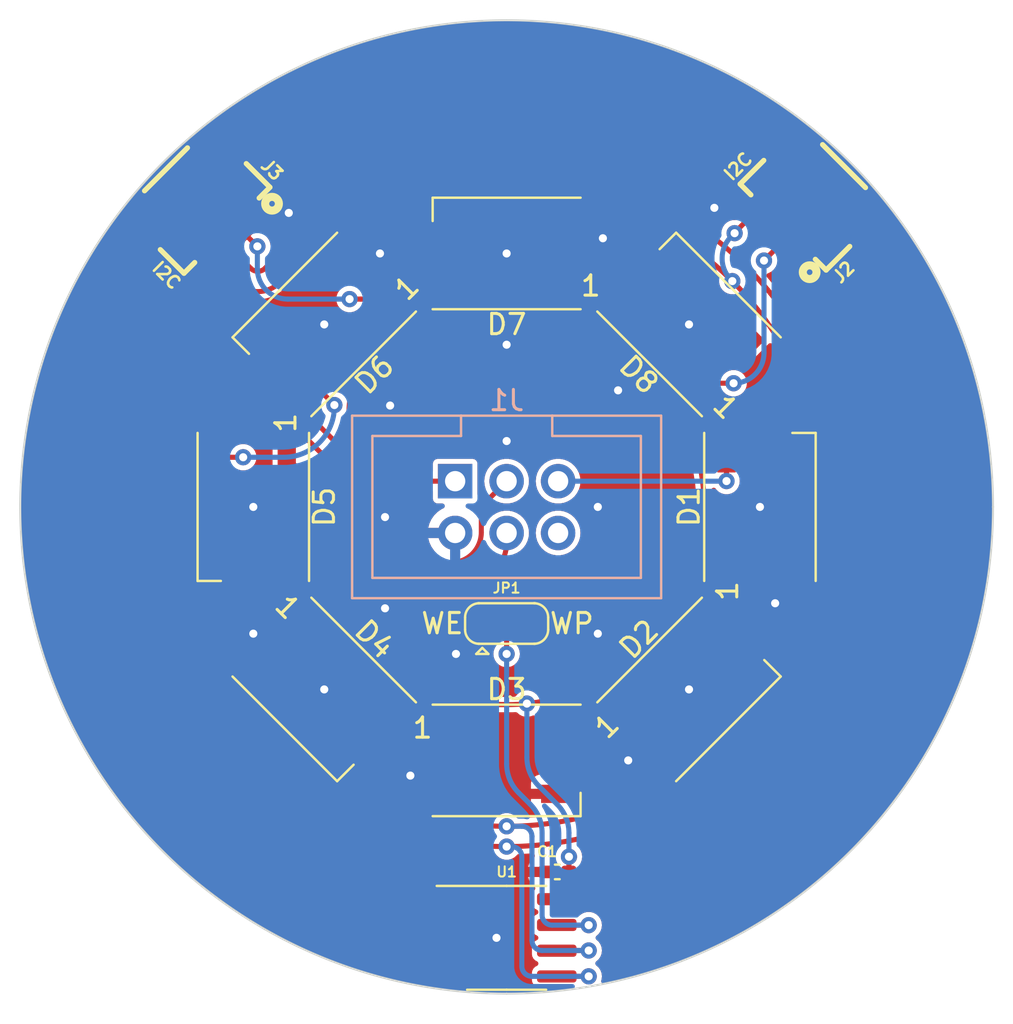
<source format=kicad_pcb>
(kicad_pcb (version 20221018) (generator pcbnew)
  (layers (0 "F.Cu" signal) (31 "B.Cu" signal) (34 "B.Paste" user) (35 "F.Paste" user) (36 "B.SilkS" user "B.Silkscreen") (37 "F.SilkS" user "F.Silkscreen") (38 "B.Mask" user) (39 "F.Mask" user) (44 "Edge.Cuts" user))
  (net 0 "")
  (net 1 "+3V3")
  (net 2 "GND")
  (net 3 "SDA")
  (net 4 "SCL")
  (net 6 "Net-(JP1-C)")
  (net 7 "Net-(D1-DOUT)")
  (net 8 "LED")
  (net 9 "Net-(D2-DOUT)")
  (net 10 "Net-(D3-DOUT)")
  (net 11 "Net-(D4-DOUT)")
  (net 12 "Net-(D5-DOUT)")
  (net 13 "Net-(D6-DOUT)")
  (net 14 "Net-(D7-DOUT)")
  (footprint "Capacitor_SMD:C_0402_1005Metric_Pad0.74x0.62mm_HandSolder" (layer "F.Cu") (at 152.5 93 180)
    (fp_text reference "C1" (at 0.5 1) (layer "F.SilkS") (effects (font (size 0.5 0.5) (thickness 0.1) bold)))
    (fp_text value "C")
    (fp_line (start -0.115835 -0.36) (end 0.115835 -0.36) (stroke (width 0.12)) (layer "F.SilkS"))
    (fp_line (start -0.115835 0.36) (end 0.115835 0.36) (stroke (width 0.12)) (layer "F.SilkS"))
    (pad "1" smd roundrect (at -0.5675 0 180) (size 0.735 0.62) (layers "F.Cu" "F.Paste" "F.Mask") (net 1 "+3V3"))
    (pad "2" smd roundrect (at 0.5675 0 180) (size 0.735 0.62) (layers "F.Cu" "F.Paste" "F.Mask") (net 2 "GND"))
  )
  (footprint "LED_SMD:LED_WS2812B_PLCC4_5.0x5.0mm_P3.2mm" (layer "F.Cu") (at 141 84 -45)
    (fp_text reference "D4" (at 0 -3.5 135) (layer "F.SilkS"))
    (fp_text value "WS2812B")
    (fp_text user "1" (at -4.15 -1.6 135) (layer "F.SilkS"))
    (fp_line (start -3.65 -2.75) (end 3.65 -2.75) (stroke (width 0.12)) (layer "F.SilkS"))
    (fp_line (start -3.65 2.75) (end 3.65 2.75) (stroke (width 0.12)) (layer "F.SilkS"))
    (fp_line (start 3.65 2.75) (end 3.65 1.6) (stroke (width 0.12)) (layer "F.SilkS"))
    (pad "1" smd rect (at -2.45 -1.65 315) (size 1.5 0.9) (layers "F.Cu" "F.Paste" "F.Mask") (net 1 "+3V3"))
    (pad "2" smd rect (at -2.45 1.65 315) (size 1.5 0.9) (layers "F.Cu" "F.Paste" "F.Mask") (net 11 "Net-(D4-DOUT)"))
    (pad "3" smd rect (at 2.45 1.65 315) (size 1.5 0.9) (layers "F.Cu" "F.Paste" "F.Mask") (net 2 "GND"))
    (pad "4" smd rect (at 2.45 -1.65 315) (size 1.5 0.9) (layers "F.Cu" "F.Paste" "F.Mask") (net 10 "Net-(D3-DOUT)"))
  )
  (footprint "simple_add_on_v2:sao_v2_addon_tht" (layer "F.Cu") (at 150 75)
    (fp_text reference "J1" (at 0 -5.25 unlocked) (layer "B.SilkS") (effects (justify mirror)))
    (fp_text value "sao_v2_addon_tht")
    (fp_line (start -7.625 -4.5) (end -2.25 -4.5) (stroke (width 0.12)) (layer "B.SilkS"))
    (fp_line (start -7.625 4.5) (end -7.625 -4.5) (stroke (width 0.12)) (layer "B.SilkS"))
    (fp_line (start -6.625 -3.5) (end -2.25 -3.5) (stroke (width 0.12)) (layer "B.SilkS"))
    (fp_line (start -6.625 3.5) (end -6.625 -3.5) (stroke (width 0.12)) (layer "B.SilkS"))
    (fp_line (start -6.625 3.5) (end 6.625 3.5) (stroke (width 0.12)) (layer "B.SilkS"))
    (fp_line (start -2.25 -4.5) (end -2.25 -3.5) (stroke (width 0.12)) (layer "B.SilkS"))
    (fp_line (start -2.25 -4.5) (end 2.25 -4.5) (stroke (width 0.12)) (layer "B.SilkS"))
    (fp_line (start 2.25 -4.5) (end 2.25 -3.5) (stroke (width 0.12)) (layer "B.SilkS"))
    (fp_line (start 2.25 -4.5) (end 7.625 -4.5) (stroke (width 0.12)) (layer "B.SilkS"))
    (fp_line (start 2.25 -3.5) (end 6.625 -3.5) (stroke (width 0.12)) (layer "B.SilkS"))
    (fp_line (start 6.625 3.5) (end 6.625 -3.5) (stroke (width 0.12)) (layer "B.SilkS"))
    (fp_line (start 7.625 -4.5) (end 7.625 4.5) (stroke (width 0.12)) (layer "B.SilkS"))
    (fp_line (start 7.625 4.5) (end -7.625 4.5) (stroke (width 0.12)) (layer "B.SilkS"))
    (pad "1" thru_hole rect (at -2.54 -1.27 90) (size 1.7 1.7) (drill 1) (layers "*.Cu" "*.Mask") (net 1 "+3V3"))
    (pad "2" thru_hole oval (at -2.54 1.285 90) (size 1.7 1.7) (drill 1) (layers "*.Cu" "*.Mask") (net 2 "GND"))
    (pad "3" thru_hole oval (at 0 -1.27 90) (size 1.7 1.7) (drill 1) (layers "*.Cu" "*.Mask") (net 3 "SDA"))
    (pad "4" thru_hole oval (at 0 1.285 90) (size 1.7 1.7) (drill 1) (layers "*.Cu" "*.Mask") (net 4 "SCL"))
    (pad "5" thru_hole oval (at 2.54 -1.27 90) (size 1.7 1.7) (drill 1) (layers "*.Cu" "*.Mask") (net 8 "LED"))
    (pad "6" thru_hole oval (at 2.54 1.285 90) (size 1.7 1.7) (drill 1) (layers "*.Cu" "*.Mask"))
  )
  (footprint "qwiic:1X04_1MM_RA_GND" (layer "F.Cu") (at 163.397562 61.444308 135)
    (fp_text reference "J2" (at -3.683 0.889 45) (layer "F.SilkS") (effects (font (size 0.6096 0.6096) (thickness 0.127))))
    (fp_text value "I2C" (at 3.683 0.889 45) (layer "F.SilkS") (effects (font (size 0.6096 0.6096) (thickness 0.127))))
    (fp_line (start -2.99974 0.34798) (end -2.2479 0.34798) (stroke (width 0.254)) (layer "F.SilkS"))
    (fp_line (start -2.99974 1.99898) (end -2.99974 0.34798) (stroke (width 0.254)) (layer "F.SilkS"))
    (fp_line (start -1.4986 4.59994) (end 1.4986 4.59994) (stroke (width 0.254)) (layer "F.SilkS"))
    (fp_line (start 2.2479 0.34798) (end 2.99974 0.34798) (stroke (width 0.254)) (layer "F.SilkS"))
    (fp_line (start 2.99974 0.34798) (end 2.99974 1.99898) (stroke (width 0.254)) (layer "F.SilkS"))
    (fp_circle (center -2.49936 -0.29972) (end -2.49936 -0.43942) (stroke (width 0.39878)) (fill none) (layer "F.SilkS"))
    (pad "1" smd rect (at -1.4986 0 135) (size 0.59944 1.34874) (layers "F.Cu" "F.Paste" "F.Mask") (net 2 "GND"))
    (pad "2" smd rect (at -0.49784 0 135) (size 0.59944 1.34874) (layers "F.Cu" "F.Paste" "F.Mask") (net 1 "+3V3"))
    (pad "3" smd rect (at 0.49784 0 135) (size 0.59944 1.34874) (layers "F.Cu" "F.Paste" "F.Mask") (net 3 "SDA"))
    (pad "4" smd rect (at 1.4986 0 135) (size 0.59944 1.34874) (layers "F.Cu" "F.Paste" "F.Mask") (net 4 "SCL"))
    (pad "5" smd rect (at -2.79908 3.67284 135) (size 1.19888 1.99898) (layers "F.Cu" "F.Paste" "F.Mask") (net 2 "GND"))
    (pad "6" smd rect (at 2.79908 3.67284 135) (size 1.19888 1.99898) (layers "F.Cu" "F.Paste" "F.Mask") (net 2 "GND"))
  )
  (footprint "LED_SMD:LED_WS2812B_PLCC4_5.0x5.0mm_P3.2mm" (layer "F.Cu") (at 150 87.5)
    (fp_text reference "D3" (at 0 -3.5) (layer "F.SilkS"))
    (fp_text value "WS2812B")
    (fp_text user "1" (at -4.15 -1.6) (layer "F.SilkS"))
    (fp_line (start -3.65 -2.75) (end 3.65 -2.75) (stroke (width 0.12)) (layer "F.SilkS"))
    (fp_line (start -3.65 2.75) (end 3.65 2.75) (stroke (width 0.12)) (layer "F.SilkS"))
    (fp_line (start 3.65 2.75) (end 3.65 1.6) (stroke (width 0.12)) (layer "F.SilkS"))
    (pad "1" smd rect (at -2.45 -1.65) (size 1.5 0.9) (layers "F.Cu" "F.Paste" "F.Mask") (net 1 "+3V3"))
    (pad "2" smd rect (at -2.45 1.65) (size 1.5 0.9) (layers "F.Cu" "F.Paste" "F.Mask") (net 10 "Net-(D3-DOUT)"))
    (pad "3" smd rect (at 2.45 1.65) (size 1.5 0.9) (layers "F.Cu" "F.Paste" "F.Mask") (net 2 "GND"))
    (pad "4" smd rect (at 2.45 -1.65) (size 1.5 0.9) (layers "F.Cu" "F.Paste" "F.Mask") (net 9 "Net-(D2-DOUT)"))
  )
  (footprint "LED_SMD:LED_WS2812B_PLCC4_5.0x5.0mm_P3.2mm" (layer "F.Cu") (at 159 84 45)
    (fp_text reference "D2" (at 0 -3.5 45) (layer "F.SilkS"))
    (fp_text value "WS2812B")
    (fp_text user "1" (at -4.15 -1.6 45) (layer "F.SilkS"))
    (fp_line (start -3.65 -2.75) (end 3.65 -2.75) (stroke (width 0.12)) (layer "F.SilkS"))
    (fp_line (start -3.65 2.75) (end 3.65 2.75) (stroke (width 0.12)) (layer "F.SilkS"))
    (fp_line (start 3.65 2.75) (end 3.65 1.6) (stroke (width 0.12)) (layer "F.SilkS"))
    (pad "1" smd rect (at -2.45 -1.65 45) (size 1.5 0.9) (layers "F.Cu" "F.Paste" "F.Mask") (net 1 "+3V3"))
    (pad "2" smd rect (at -2.45 1.65 45) (size 1.5 0.9) (layers "F.Cu" "F.Paste" "F.Mask") (net 9 "Net-(D2-DOUT)"))
    (pad "3" smd rect (at 2.45 1.65 45) (size 1.5 0.9) (layers "F.Cu" "F.Paste" "F.Mask") (net 2 "GND"))
    (pad "4" smd rect (at 2.45 -1.65 45) (size 1.5 0.9) (layers "F.Cu" "F.Paste" "F.Mask") (net 7 "Net-(D1-DOUT)"))
  )
  (footprint "LED_SMD:LED_WS2812B_PLCC4_5.0x5.0mm_P3.2mm" (layer "F.Cu") (at 162.5 75 90)
    (fp_text reference "D1" (at 0 -3.5 90) (layer "F.SilkS"))
    (fp_text value "WS2812B")
    (fp_text user "1" (at -4.15 -1.6 90) (layer "F.SilkS"))
    (fp_line (start -3.65 -2.75) (end 3.65 -2.75) (stroke (width 0.12)) (layer "F.SilkS"))
    (fp_line (start -3.65 2.75) (end 3.65 2.75) (stroke (width 0.12)) (layer "F.SilkS"))
    (fp_line (start 3.65 2.75) (end 3.65 1.6) (stroke (width 0.12)) (layer "F.SilkS"))
    (pad "1" smd rect (at -2.45 -1.65 90) (size 1.5 0.9) (layers "F.Cu" "F.Paste" "F.Mask") (net 1 "+3V3"))
    (pad "2" smd rect (at -2.45 1.65 90) (size 1.5 0.9) (layers "F.Cu" "F.Paste" "F.Mask") (net 7 "Net-(D1-DOUT)"))
    (pad "3" smd rect (at 2.45 1.65 90) (size 1.5 0.9) (layers "F.Cu" "F.Paste" "F.Mask") (net 2 "GND"))
    (pad "4" smd rect (at 2.45 -1.65 90) (size 1.5 0.9) (layers "F.Cu" "F.Paste" "F.Mask") (net 8 "LED"))
  )
  (footprint "Jumper:SolderJumper-3_P1.3mm_Bridged12_RoundedPad1.0x1.5mm" (layer "F.Cu") (at 150 80.75)
    (fp_text reference "JP1" (at 0 -1.75) (layer "F.SilkS") (effects (font (size 0.5 0.5) (thickness 0.1) bold)))
    (fp_text value "Jumper")
    (fp_poly (pts (xy -0.9 -0.3) (xy -0.4 -0.3) (xy -0.4 0.3) (xy -0.9 0.3)) (fill solid) (layer "F.Cu"))
    (fp_line (start -2.05 0.3) (end -2.05 -0.3) (stroke (width 0.12)) (layer "F.SilkS"))
    (fp_line (start -1.5 1.5) (end -0.9 1.5) (stroke (width 0.12)) (layer "F.SilkS"))
    (fp_line (start -1.4 -1) (end 1.4 -1) (stroke (width 0.12)) (layer "F.SilkS"))
    (fp_line (start -1.2 1.2) (end -1.5 1.5) (stroke (width 0.12)) (layer "F.SilkS"))
    (fp_line (start -1.2 1.2) (end -0.9 1.5) (stroke (width 0.12)) (layer "F.SilkS"))
    (fp_line (start 1.4 1) (end -1.4 1) (stroke (width 0.12)) (layer "F.SilkS"))
    (fp_line (start 2.05 -0.3) (end 2.05 0.3) (stroke (width 0.12)) (layer "F.SilkS"))
    (fp_arc (start -2.05 -0.3) (mid -1.844975 -0.794975) (end -1.35 -1) (stroke (width 0.12)) (layer "F.SilkS"))
    (fp_arc (start -1.35 1) (mid -1.844975 0.794975) (end -2.05 0.3) (stroke (width 0.12)) (layer "F.SilkS"))
    (fp_arc (start 1.35 -1) (mid 1.844975 -0.794975) (end 2.05 -0.3) (stroke (width 0.12)) (layer "F.SilkS"))
    (fp_arc (start 2.05 0.3) (mid 1.844975 0.794975) (end 1.35 1) (stroke (width 0.12)) (layer "F.SilkS"))
    (pad "1" smd custom (at -1.3 0) (size 1 0.5) (layers "F.Cu" "F.Mask") (net 2 "GND") (options (clearance outline) (anchor rect)) (primitives (gr_circle (center 0 0.25) (end 0.5 0.25) (width 0) (fill yes)) (gr_circle (center 0 -0.25) (end 0.5 -0.25) (width 0) (fill yes)) (gr_poly (pts (xy 0.55 0.75) (xy 0 0.75) (xy 0 -0.75) (xy 0.55 -0.75)) (width 0) (fill yes))))
    (pad "2" smd rect (at 0 0) (size 1 1.5) (layers "F.Cu" "F.Mask") (net 6 "Net-(JP1-C)"))
    (pad "3" smd custom (at 1.3 0) (size 1 0.5) (layers "F.Cu" "F.Mask") (net 1 "+3V3") (options (clearance outline) (anchor rect)) (primitives (gr_circle (center 0 0.25) (end 0.5 0.25) (width 0) (fill yes)) (gr_circle (center 0 -0.25) (end 0.5 -0.25) (width 0) (fill yes)) (gr_poly (pts (xy 0 0.75) (xy -0.55 0.75) (xy -0.55 -0.75) (xy 0 -0.75)) (width 0) (fill yes))))
  )
  (footprint "LED_SMD:LED_WS2812B_PLCC4_5.0x5.0mm_P3.2mm" (layer "F.Cu") (at 141 66 -135)
    (fp_text reference "D6" (at 0 -3.5 45) (layer "F.SilkS"))
    (fp_text value "WS2812B")
    (fp_text user "1" (at -4.15 -1.6 45) (layer "F.SilkS"))
    (fp_line (start -3.65 -2.75) (end 3.65 -2.75) (stroke (width 0.12)) (layer "F.SilkS"))
    (fp_line (start -3.65 2.75) (end 3.65 2.75) (stroke (width 0.12)) (layer "F.SilkS"))
    (fp_line (start 3.65 2.75) (end 3.65 1.6) (stroke (width 0.12)) (layer "F.SilkS"))
    (pad "1" smd rect (at -2.45 -1.65 225) (size 1.5 0.9) (layers "F.Cu" "F.Paste" "F.Mask") (net 1 "+3V3"))
    (pad "2" smd rect (at -2.45 1.65 225) (size 1.5 0.9) (layers "F.Cu" "F.Paste" "F.Mask") (net 13 "Net-(D6-DOUT)"))
    (pad "3" smd rect (at 2.45 1.65 225) (size 1.5 0.9) (layers "F.Cu" "F.Paste" "F.Mask") (net 2 "GND"))
    (pad "4" smd rect (at 2.45 -1.65 225) (size 1.5 0.9) (layers "F.Cu" "F.Paste" "F.Mask") (net 12 "Net-(D5-DOUT)"))
  )
  (footprint "qwiic:1X04_1MM_RA_GND" (layer "F.Cu") (at 136.444308 61.602438 -135)
    (fp_text reference "J3" (at -3.683 0.889 135) (layer "F.SilkS") (effects (font (size 0.6096 0.6096) (thickness 0.127))))
    (fp_text value "I2C" (at 3.683 0.889 135) (layer "F.SilkS") (effects (font (size 0.6096 0.6096) (thickness 0.127))))
    (fp_line (start -2.99974 0.34798) (end -2.2479 0.34798) (stroke (width 0.254)) (layer "F.SilkS"))
    (fp_line (start -2.99974 1.99898) (end -2.99974 0.34798) (stroke (width 0.254)) (layer "F.SilkS"))
    (fp_line (start -1.4986 4.59994) (end 1.4986 4.59994) (stroke (width 0.254)) (layer "F.SilkS"))
    (fp_line (start 2.2479 0.34798) (end 2.99974 0.34798) (stroke (width 0.254)) (layer "F.SilkS"))
    (fp_line (start 2.99974 0.34798) (end 2.99974 1.99898) (stroke (width 0.254)) (layer "F.SilkS"))
    (fp_circle (center -2.49936 -0.29972) (end -2.49936 -0.43942) (stroke (width 0.39878)) (fill none) (layer "F.SilkS"))
    (pad "1" smd rect (at -1.4986 0 225) (size 0.59944 1.34874) (layers "F.Cu" "F.Paste" "F.Mask") (net 2 "GND"))
    (pad "2" smd rect (at -0.49784 0 225) (size 0.59944 1.34874) (layers "F.Cu" "F.Paste" "F.Mask") (net 1 "+3V3"))
    (pad "3" smd rect (at 0.49784 0 225) (size 0.59944 1.34874) (layers "F.Cu" "F.Paste" "F.Mask") (net 3 "SDA"))
    (pad "4" smd rect (at 1.4986 0 225) (size 0.59944 1.34874) (layers "F.Cu" "F.Paste" "F.Mask") (net 4 "SCL"))
    (pad "5" smd rect (at -2.79908 3.67284 225) (size 1.19888 1.99898) (layers "F.Cu" "F.Paste" "F.Mask") (net 2 "GND"))
    (pad "6" smd rect (at 2.79908 3.67284 225) (size 1.19888 1.99898) (layers "F.Cu" "F.Paste" "F.Mask") (net 2 "GND"))
  )
  (footprint "LED_SMD:LED_WS2812B_PLCC4_5.0x5.0mm_P3.2mm" (layer "F.Cu") (at 150 62.5 180)
    (fp_text reference "D7" (at 0 -3.5) (layer "F.SilkS"))
    (fp_text value "WS2812B")
    (fp_text user "1" (at -4.15 -1.6) (layer "F.SilkS"))
    (fp_line (start -3.65 -2.75) (end 3.65 -2.75) (stroke (width 0.12)) (layer "F.SilkS"))
    (fp_line (start -3.65 2.75) (end 3.65 2.75) (stroke (width 0.12)) (layer "F.SilkS"))
    (fp_line (start 3.65 2.75) (end 3.65 1.6) (stroke (width 0.12)) (layer "F.SilkS"))
    (pad "1" smd rect (at -2.45 -1.65 180) (size 1.5 0.9) (layers "F.Cu" "F.Paste" "F.Mask") (net 1 "+3V3"))
    (pad "2" smd rect (at -2.45 1.65 180) (size 1.5 0.9) (layers "F.Cu" "F.Paste" "F.Mask") (net 14 "Net-(D7-DOUT)"))
    (pad "3" smd rect (at 2.45 1.65 180) (size 1.5 0.9) (layers "F.Cu" "F.Paste" "F.Mask") (net 2 "GND"))
    (pad "4" smd rect (at 2.45 -1.65 180) (size 1.5 0.9) (layers "F.Cu" "F.Paste" "F.Mask") (net 13 "Net-(D6-DOUT)"))
  )
  (footprint "LED_SMD:LED_WS2812B_PLCC4_5.0x5.0mm_P3.2mm" (layer "F.Cu") (at 159 66 135)
    (fp_text reference "D8" (at 0 -3.5 135) (layer "F.SilkS"))
    (fp_text value "WS2812B")
    (fp_text user "1" (at -4.15 -1.6 135) (layer "F.SilkS"))
    (fp_line (start -3.65 -2.75) (end 3.65 -2.75) (stroke (width 0.12)) (layer "F.SilkS"))
    (fp_line (start -3.65 2.75) (end 3.65 2.75) (stroke (width 0.12)) (layer "F.SilkS"))
    (fp_line (start 3.65 2.75) (end 3.65 1.6) (stroke (width 0.12)) (layer "F.SilkS"))
    (pad "1" smd rect (at -2.45 -1.65 135) (size 1.5 0.9) (layers "F.Cu" "F.Paste" "F.Mask") (net 1 "+3V3"))
    (pad "2" smd rect (at -2.45 1.65 135) (size 1.5 0.9) (layers "F.Cu" "F.Paste" "F.Mask"))
    (pad "3" smd rect (at 2.45 1.65 135) (size 1.5 0.9) (layers "F.Cu" "F.Paste" "F.Mask") (net 2 "GND"))
    (pad "4" smd rect (at 2.45 -1.65 135) (size 1.5 0.9) (layers "F.Cu" "F.Paste" "F.Mask") (net 14 "Net-(D7-DOUT)"))
  )
  (footprint "LED_SMD:LED_WS2812B_PLCC4_5.0x5.0mm_P3.2mm" (layer "F.Cu") (at 137.5 75 -90)
    (fp_text reference "D5" (at 0 -3.5 90) (layer "F.SilkS"))
    (fp_text value "WS2812B")
    (fp_text user "1" (at -4.15 -1.6 90) (layer "F.SilkS"))
    (fp_line (start -3.65 -2.75) (end 3.65 -2.75) (stroke (width 0.12)) (layer "F.SilkS"))
    (fp_line (start -3.65 2.75) (end 3.65 2.75) (stroke (width 0.12)) (layer "F.SilkS"))
    (fp_line (start 3.65 2.75) (end 3.65 1.6) (stroke (width 0.12)) (layer "F.SilkS"))
    (pad "1" smd rect (at -2.45 -1.65 270) (size 1.5 0.9) (layers "F.Cu" "F.Paste" "F.Mask") (net 1 "+3V3"))
    (pad "2" smd rect (at -2.45 1.65 270) (size 1.5 0.9) (layers "F.Cu" "F.Paste" "F.Mask") (net 12 "Net-(D5-DOUT)"))
    (pad "3" smd rect (at 2.45 1.65 270) (size 1.5 0.9) (layers "F.Cu" "F.Paste" "F.Mask") (net 2 "GND"))
    (pad "4" smd rect (at 2.45 -1.65 270) (size 1.5 0.9) (layers "F.Cu" "F.Paste" "F.Mask") (net 11 "Net-(D4-DOUT)"))
  )
  (footprint "Package_SO:SOIC-8_3.9x4.9mm_P1.27mm" (layer "F.Cu") (at 150 96.25)
    (fp_text reference "U1" (at 0 -3.25) (layer "F.SilkS") (effects (font (size 0.5 0.5) (thickness 0.1) bold)))
    (fp_text value "24LC00")
    (fp_line (start 0 -2.56) (end -3.45 -2.56) (stroke (width 0.12)) (layer "F.SilkS"))
    (fp_line (start 0 -2.56) (end 1.95 -2.56) (stroke (width 0.12)) (layer "F.SilkS"))
    (fp_line (start 0 2.56) (end -1.95 2.56) (stroke (width 0.12)) (layer "F.SilkS"))
    (fp_line (start 0 2.56) (end 1.95 2.56) (stroke (width 0.12)) (layer "F.SilkS"))
    (pad "1" smd roundrect (at -2.475 -1.905) (size 1.95 0.6) (layers "F.Cu" "F.Paste" "F.Mask") (net 2 "GND"))
    (pad "2" smd roundrect (at -2.475 -0.635) (size 1.95 0.6) (layers "F.Cu" "F.Paste" "F.Mask") (net 2 "GND"))
    (pad "3" smd roundrect (at -2.475 0.635) (size 1.95 0.6) (layers "F.Cu" "F.Paste" "F.Mask") (net 2 "GND"))
    (pad "4" smd roundrect (at -2.475 1.905) (size 1.95 0.6) (layers "F.Cu" "F.Paste" "F.Mask") (net 2 "GND"))
    (pad "5" smd roundrect (at 2.475 1.905) (size 1.95 0.6) (layers "F.Cu" "F.Paste" "F.Mask") (net 3 "SDA"))
    (pad "6" smd roundrect (at 2.475 0.635) (size 1.95 0.6) (layers "F.Cu" "F.Paste" "F.Mask") (net 4 "SCL"))
    (pad "7" smd roundrect (at 2.475 -0.635) (size 1.95 0.6) (layers "F.Cu" "F.Paste" "F.Mask") (net 6 "Net-(JP1-C)"))
    (pad "8" smd roundrect (at 2.475 -1.905) (size 1.95 0.6) (layers "F.Cu" "F.Paste" "F.Mask") (net 1 "+3V3"))
  )
  (gr_arc (start 174 75) (mid 166.970563 91.970563) (end 150 99) (stroke (width 0.1)) (layer "Edge.Cuts"))
  (gr_line (start 174 75) (end 174 75) (stroke (width 0.1)) (layer "Edge.Cuts"))
  (gr_line (start 126 75) (end 126 75) (stroke (width 0.1)) (layer "Edge.Cuts"))
  (gr_arc (start 126 75) (mid 133.029437 58.029437) (end 150 51) (stroke (width 0.1)) (layer "Edge.Cuts"))
  (gr_line (start 150 99) (end 150 99) (stroke (width 0.1)) (layer "Edge.Cuts"))
  (gr_arc (start 150 99) (mid 133.029437 91.970563) (end 126 75) (stroke (width 0.1)) (layer "Edge.Cuts"))
  (gr_arc (start 150 51) (mid 166.970563 58.029437) (end 174 75) (stroke (width 0.1)) (layer "Edge.Cuts"))
  (gr_line (start 150 51) (end 150 51) (stroke (width 0.1)) (layer "Edge.Cuts"))
  (gr_text "WP" (at 152.05 80.75) (layer "F.SilkS") (effects (font (size 1 1)) (justify left)))
  (gr_text "WE" (at 147.95 80.75) (layer "F.SilkS") (effects (font (size 1 1)) (justify right)))
  (segment (start 157.102795 68.314213) (end 156.894291 68.105709) (width 0.25) (layer "F.Cu") (net 1))
  (segment (start 153.075 92.25) (end 153.075 92.9925) (width 0.25) (layer "F.Cu") (net 1))
  (segment (start 156.1 84.564823) (end 156.1 83.517009) (width 0.25) (layer "F.Cu") (net 1))
  (segment (start 143.314213 67.897205) (end 143.102029 68.109389) (width 0.25) (layer "F.Cu") (net 1))
  (segment (start 153.075 94.35) (end 153.075 93.0075) (width 0.25) (layer "F.Cu") (net 1))
  (segment (start 143.10203 72.35203) (end 143.601321 72.851321) (width 0.25) (layer "F.Cu") (net 1))
  (segment (start 152.475 94.345) (end 153.07 94.345) (width 0.25) (layer "F.Cu") (net 1))
  (segment (start 140.435177 81.1) (end 141.482991 81.1) (width 0.25) (layer "F.Cu") (net 1))
  (segment (start 139.15 72.55) (end 139.664214 73.064214) (width 0.25) (layer "F.Cu") (net 1))
  (segment (start 155.285786 82.685786) (end 152.8 82.685786) (width 0.25) (layer "F.Cu") (net 1))
  (segment (start 147.55 85.85) (end 148.064214 85.335786) (width 0.25) (layer "F.Cu") (net 1))
  (segment (start 143.507716 65.042893) (end 143.899138 65.434315) (width 0.25) (layer "F.Cu") (net 1))
  (segment (start 143.167514 68.032486) (end 143.1 68.1) (width 0.25) (layer "F.Cu") (net 1))
  (segment (start 161.199138 68.899138) (end 161.2 68.9) (width 0.25) (layer "F.Cu") (net 1))
  (segment (start 142.897205 81.685787) (end 143.105709 81.894291) (width 0.25) (layer "F.Cu") (net 1))
  (segment (start 159.565685 68.899138) (end 159.564823 68.9) (width 0.25) (layer "F.Cu") (net 1))
  (segment (start 149.478427 84.75) (end 150 84.75) (width 0.25) (layer "F.Cu") (net 1))
  (segment (start 140.25 74.478427) (end 140.25 75) (width 0.25) (layer "F.Cu") (net 1))
  (segment (start 156.685787 82.102795) (end 156.894291 81.894291) (width 0.25) (layer "F.Cu") (net 1))
  (segment (start 137.695922 62.15) (end 136.796334 61.250412) (width 0.25) (layer "F.Cu") (net 1))
  (segment (start 153.075 93.0075) (end 153.0675 93) (width 0.25) (layer "F.Cu") (net 1))
  (segment (start 160.85 77.45) (end 160.335786 76.935786) (width 0.25) (layer "F.Cu") (net 1))
  (segment (start 143.9 65.435177) (end 143.9 66.482991) (width 0.25) (layer "F.Cu") (net 1))
  (segment (start 145.722641 73.73) (end 147.46 73.73) (width 0.25) (layer "F.Cu") (net 1))
  (segment (start 163.749588 61.800412) (end 162.7 62.85) (width 0.25) (layer "F.Cu") (net 1))
  (segment (start 159.564823 68.9) (end 158.517009 68.9) (width 0.25) (layer "F.Cu") (net 1))
  (segment (start 153.075 92.9925) (end 153.0675 93) (width 0.25) (layer "F.Cu") (net 1))
  (segment (start 159.75 75.521573) (end 159.75 75) (width 0.25) (layer "F.Cu") (net 1))
  (segment (start 153.07 94.345) (end 153.075 94.35) (width 0.25) (layer "F.Cu") (net 1))
  (segment (start 150.521573 65.25) (end 150 65.25) (width 0.25) (layer "F.Cu") (net 1))
  (segment (start 159.565685 68.899138) (end 161.199138 68.899138) (width 0.25) (layer "F.Cu") (net 1))
  (segment (start 163.749588 61.796334) (end 163.749588 61.800412) (width 0.25) (layer "F.Cu") (net 1))
  (segment (start 152.45 64.15) (end 151.935786 64.664214) (width 0.25) (layer "F.Cu") (net 1))
  (segment (start 137.7 62.15) (end 137.695922 62.15) (width 0.25) (layer "F.Cu") (net 1))
  (segment (start 142.25 64.75) (end 142.800609 64.75) (width 0.25) (layer "F.Cu") (net 1))
  (segment (start 151.3 81.185786) (end 151.3 80.75) (width 0.25) (layer "F.Cu") (net 1))
  (segment (start 150 65.25) (end 149.885029 65.25) (width 0.25) (layer "F.Cu") (net 1))
  (via (at 162.7 62.85) (size 0.8) (drill 0.4) (layers "F.Cu" "B.Cu") (net 1))
  (via (at 153.075 92.25) (size 0.8) (drill 0.4) (layers "F.Cu" "B.Cu") (net 1))
  (via (at 161.2 68.9) (size 0.8) (drill 0.4) (layers "F.Cu" "B.Cu") (net 1))
  (via (at 151 84.698582) (size 0.8) (drill 0.4) (layers "F.Cu" "B.Cu") (net 1))
  (via (at 142.25 64.75) (size 0.8) (drill 0.4) (layers "F.Cu" "B.Cu") (net 1))
  (via (at 137.7 62.15) (size 0.8) (drill 0.4) (layers "F.Cu" "B.Cu") (net 1))
  (arc (start 156.685787 82.102795) (mid 156.252241 82.751643) (end 156.1 83.517009) (width 0.25) (layer "F.Cu") (net 1))
  (arc (start 150 84.75) (mid 143.105709 81.894291) (end 140.25 75) (width 0.25) (layer "F.Cu") (net 1))
  (arc (start 140.25 74.478427) (mid 140.097758 73.71306) (end 139.664214 73.064214) (width 0.25) (layer "F.Cu") (net 1))
  (arc (start 143.9 66.482991) (mid 143.747759 67.248357) (end 143.314213 67.897205) (width 0.25) (layer "F.Cu") (net 1))
  (arc (start 143.167514 68.032486) (mid 146.249536 65.973144) (end 149.885029 65.25) (width 0.25) (layer "F.Cu") (net 1))
  (arc (start 156.7 82.1) (mid 156.051154 82.533544) (end 155.285786 82.685786) (width 0.25) (layer "F.Cu") (net 1))
  (arc (start 149.478427 84.75) (mid 148.71306 84.902242) (end 148.064214 85.335786) (width 0.25) (layer "F.Cu") (net 1))
  (arc (start 151.3 81.185786) (mid 151.73934 82.246446) (end 152.8 82.685786) (width 0.25) (layer "F.Cu") (net 1))
  (arc (start 143.10203 72.35203) (mid 142.22335 70.23071) (end 143.102029 68.109389) (width 0.25) (layer "F.Cu") (net 1))
  (arc (start 142.897205 81.685787) (mid 142.248357 81.252241) (end 141.482991 81.1) (width 0.25) (layer "F.Cu") (net 1))
  (arc (start 157.102795 68.314213) (mid 157.751642 68.747759) (end 158.517009 68.9) (width 0.25) (layer "F.Cu") (net 1))
  (arc (start 159.75 75.521573) (mid 159.902242 76.28694) (end 160.335786 76.935786) (width 0.25) (layer "F.Cu") (net 1))
  (arc (start 145.722641 73.73) (mid 144.574591 73.501639) (end 143.601321 72.851321) (width 0.25) (layer "F.Cu") (net 1))
  (arc (start 150 84.75) (mid 156.894291 81.894291) (end 159.75 75) (width 0.25) (layer "F.Cu") (net 1))
  (arc (start 150.521573 65.25) (mid 151.28694 65.097759) (end 151.935786 64.664214) (width 0.25) (layer "F.Cu") (net 1))
  (arc (start 142.800609 64.75) (mid 143.183292 64.82612) (end 143.507716 65.042893) (width 0.25) (layer "F.Cu") (net 1))
  (arc (start 150 65.25) (mid 156.894291 68.105709) (end 159.75 75) (width 0.25) (layer "F.Cu") (net 1))
  (segment (start 151.585787 88.760787) (end 152.489214 89.664214) (width 0.25) (layer "B.Cu") (net 1))
  (segment (start 161.2 68.9) (end 161.2 68.9) (width 0.25) (layer "B.Cu") (net 1))
  (segment (start 151 84.698582) (end 151 87.346573) (width 0.25) (layer "B.Cu") (net 1))
  (segment (start 137.7 63.25) (end 137.7 62.15) (width 0.25) (layer "B.Cu") (net 1))
  (segment (start 153.075 91.078427) (end 153.075 92.25) (width 0.25) (layer "B.Cu") (net 1))
  (segment (start 162.7 62.85) (end 162.7 67.4) (width 0.25) (layer "B.Cu") (net 1))
  (segment (start 142.25 64.75) (end 139.2 64.75) (width 0.25) (layer "B.Cu") (net 1))
  (arc (start 137.7 63.25) (mid 138.13934 64.31066) (end 139.2 64.75) (width 0.25) (layer "B.Cu") (net 1))
  (arc (start 162.7 67.4) (mid 162.26066 68.46066) (end 161.2 68.9) (width 0.25) (layer "B.Cu") (net 1))
  (arc (start 151.585787 88.760787) (mid 151.152241 88.11194) (end 151 87.346573) (width 0.25) (layer "B.Cu") (net 1))
  (arc (start 152.489214 89.664214) (mid 152.922759 90.31306) (end 153.075 91.078427) (width 0.25) (layer "B.Cu") (net 1))
  (via (at 141 84) (size 0.8) (drill 0.4) (layers "F.Cu" "B.Cu") (net 2))
  (via (at 144 75.5) (size 0.8) (drill 0.4) (layers "F.Cu" "B.Cu") (net 2))
  (via (at 145.25 88.25) (size 0.8) (drill 0.4) (layers "F.Cu" "B.Cu") (net 2))
  (via (at 154.5 81.25) (size 0.8) (drill 0.4) (layers "F.Cu" "B.Cu") (net 2))
  (via (at 139.25 60.5) (size 0.8) (drill 0.4) (layers "F.Cu" "B.Cu") (net 2))
  (via (at 156 87.5) (size 0.8) (drill 0.4) (layers "F.Cu" "B.Cu") (net 2))
  (via (at 144 80) (size 0.8) (drill 0.4) (layers "F.Cu" "B.Cu") (net 2))
  (via (at 137.5 81.25) (size 0.8) (drill 0.4) (layers "F.Cu" "B.Cu") (net 2))
  (via (at 163.25 79.75) (size 0.8) (drill 0.4) (layers "F.Cu" "B.Cu") (net 2))
  (via (at 154.75 61.75) (size 0.8) (drill 0.4) (layers "F.Cu" "B.Cu") (net 2))
  (via (at 155.5 69.25) (size 0.8) (drill 0.4) (layers "F.Cu" "B.Cu") (net 2))
  (via (at 150 62.5) (size 0.8) (drill 0.4) (layers "F.Cu" "B.Cu") (net 2))
  (via (at 159 84) (size 0.8) (drill 0.4) (layers "F.Cu" "B.Cu") (net 2))
  (via (at 141 66) (size 0.8) (drill 0.4) (layers "F.Cu" "B.Cu") (net 2))
  (via (at 149.5 96.25) (size 0.8) (drill 0.4) (layers "F.Cu" "B.Cu") (net 2))
  (via (at 154.5 75) (size 0.8) (drill 0.4) (layers "F.Cu" "B.Cu") (net 2))
  (via (at 162.5 75) (size 0.8) (drill 0.4) (layers "F.Cu" "B.Cu") (net 2))
  (via (at 143.75 62.5) (size 0.8) (drill 0.4) (layers "F.Cu" "B.Cu") (net 2))
  (via (at 150 67) (size 0.8) (drill 0.4) (layers "F.Cu" "B.Cu") (net 2))
  (via (at 150 71.75) (size 0.8) (drill 0.4) (layers "F.Cu" "B.Cu") (net 2))
  (via (at 147.5 82.25) (size 0.8) (drill 0.4) (layers "F.Cu" "B.Cu") (net 2))
  (via (at 144.25 70) (size 0.8) (drill 0.4) (layers "F.Cu" "B.Cu") (net 2))
  (via (at 160.25 60.25) (size 0.8) (drill 0.4) (layers "F.Cu" "B.Cu") (net 2))
  (via (at 137.5 75) (size 0.8) (drill 0.4) (layers "F.Cu" "B.Cu") (net 2))
  (via (at 159 66) (size 0.8) (drill 0.4) (layers "F.Cu" "B.Cu") (net 2))
  (segment (start 134.75 70.25) (end 139.37868 70.25) (width 0.25) (layer "F.Cu") (net 3))
  (segment (start 148.75 76.25) (end 148.75 75.60132) (width 0.25) (layer "F.Cu") (net 3))
  (segment (start 138.156254 86.844331) (end 138.15567 86.843747) (width 0.25) (layer "F.Cu") (net 3))
  (segment (start 140.43934 70.68934) (end 141.81066 72.06066) (width 0.25) (layer "F.Cu") (net 3))
  (segment (start 163.045536 61.092282) (end 161.766501 62.371318) (width 0.25) (layer "F.Cu") (net 3))
  (segment (start 133.25 75.017763) (end 133.25 71.75) (width 0.25) (layer "F.Cu") (net 3))
  (segment (start 161.844332 86.843745) (end 161.843747 86.84433) (width 0.25) (layer "F.Cu") (net 3))
  (segment (start 154.05 98.15) (end 152.48 98.15) (width 0.25) (layer "F.Cu") (net 3))
  (segment (start 166.75 74.999586) (end 166.75 75.000414) (width 0.25) (layer "F.Cu") (net 3))
  (segment (start 161.766502 63.078425) (end 161.843746 63.155669) (width 0.25) (layer "F.Cu") (net 3))
  (segment (start 143.75 77.75) (end 147.25 77.75) (width 0.25) (layer "F.Cu") (net 3))
  (segment (start 150.000415 91.749999) (end 150.000001 91.749999) (width 0.25) (layer "F.Cu") (net 3))
  (segment (start 149.999585 58.250001) (end 150.000415 58.250001) (width 0.25) (layer "F.Cu") (net 3))
  (segment (start 150.000001 91.749999) (end 150 91.75) (width 0.25) (layer "F.Cu") (net 3))
  (segment (start 136.092282 61.954464) (end 137.371318 63.233499) (width 0.25) (layer "F.Cu") (net 3))
  (segment (start 138.078425 63.233498) (end 138.156253 63.15567) (width 0.25) (layer "F.Cu") (net 3))
  (segment (start 149.999999 91.749999) (end 149.999585 91.749999) (width 0.25) (layer "F.Cu") (net 3))
  (segment (start 152.48 98.15) (end 152.475 98.155) (width 0.25) (layer "F.Cu") (net 3))
  (segment (start 161.843746 63.155669) (end 161.844331 63.156254) (width 0.25) (layer "F.Cu") (net 3))
  (segment (start 142.25 73.12132) (end 142.25 76.25) (width 0.25) (layer "F.Cu") (net 3))
  (segment (start 133.250001 75.000415) (end 133.250001 74.999585) (width 0.25) (layer "F.Cu") (net 3))
  (segment (start 149.18934 74.54066) (end 150 73.73) (width 0.25) (layer "F.Cu") (net 3))
  (segment (start 150 91.75) (end 149.999999 91.749999) (width 0.25) (layer "F.Cu") (net 3))
  (via (at 150 91.75) (size 0.8) (drill 0.4) (layers "F.Cu" "B.Cu") (net 3))
  (via (at 154.05 98.15) (size 0.8) (drill 0.4) (layers "F.Cu" "B.Cu") (net 3))
  (arc (start 161.843747 86.84433) (mid 156.40998 90.475057) (end 150.000415 91.749999) (width 0.25) (layer "F.Cu") (net 3))
  (arc (start 150.000415 58.250001) (mid 156.409979 59.524943) (end 161.843746 63.155669) (width 0.25) (layer "F.Cu") (net 3))
  (arc (start 142.25 76.25) (mid 142.68934 77.31066) (end 143.75 77.75) (width 0.25) (layer "F.Cu") (net 3))
  (arc (start 133.25 71.75) (mid 133.68934 70.68934) (end 134.75 70.25) (width 0.25) (layer "F.Cu") (net 3))
  (arc (start 142.25 73.12132) (mid 142.135819 72.547295) (end 141.81066 72.06066) (width 0.25) (layer "F.Cu") (net 3))
  (arc (start 140.43934 70.68934) (mid 139.952705 70.364181) (end 139.37868 70.25) (width 0.25) (layer "F.Cu") (net 3))
  (arc (start 138.078425 63.233498) (mid 137.724872 63.379945) (end 137.371318 63.233499) (width 0.25) (layer "F.Cu") (net 3))
  (arc (start 148.75 76.25) (mid 148.31066 77.31066) (end 147.25 77.75) (width 0.25) (layer "F.Cu") (net 3))
  (arc (start 138.156253 63.15567) (mid 143.59002 59.524943) (end 149.999585 58.250001) (width 0.25) (layer "F.Cu") (net 3))
  (arc (start 161.844331 63.156254) (mid 165.475058 68.590021) (end 166.75 74.999586) (width 0.25) (layer "F.Cu") (net 3))
  (arc (start 166.75 75.000414) (mid 165.475058 81.409978) (end 161.844332 86.843745) (width 0.25) (layer "F.Cu") (net 3))
  (arc (start 149.18934 74.54066) (mid 148.864181 75.027295) (end 148.75 75.60132) (width 0.25) (layer "F.Cu") (net 3))
  (arc (start 161.766502 63.078425) (mid 161.620055 62.724872) (end 161.766501 62.371318) (width 0.25) (layer "F.Cu") (net 3))
  (arc (start 149.999585 91.749999) (mid 143.590021 90.475057) (end 138.156254 86.844331) (width 0.25) (layer "F.Cu") (net 3))
  (arc (start 138.15567 86.843747) (mid 134.524943 81.40998) (end 133.250001 75.000415) (width 0.25) (layer "F.Cu") (net 3))
  (segment (start 151.25 98.15) (end 154.05 98.15) (width 0.25) (layer "B.Cu") (net 3))
  (segment (start 150.75 92.25) (end 150.75 97.65) (width 0.25) (layer "B.Cu") (net 3))
  (segment (start 150 91.75) (end 150.25 91.75) (width 0.25) (layer "B.Cu") (net 3))
  (arc (start 150.75 92.25) (mid 150.603553 91.896447) (end 150.25 91.75) (width 0.25) (layer "B.Cu") (net 3))
  (arc (start 150.75 97.65) (mid 150.896447 98.003553) (end 151.25 98.15) (width 0.25) (layer "B.Cu") (net 3))
  (segment (start 138.784993 63.941143) (end 138.863068 63.863068) (width 0.25) (layer "F.Cu") (net 4))
  (segment (start 154.05 96.875) (end 152.485 96.875) (width 0.25) (layer "F.Cu") (net 4))
  (segment (start 152.485 96.875) (end 152.475 96.885) (width 0.25) (layer "F.Cu") (net 4))
  (segment (start 135.384638 62.662108) (end 136.663673 63.941143) (width 0.25) (layer "F.Cu") (net 4))
  (segment (start 161.25 61.47253) (end 162.337892 60.384638) (width 0.25) (layer "F.Cu") (net 4))
  (segment (start 134.75 71.25) (end 139.335786 71.25) (width 0.25) (layer "F.Cu") (net 4))
  (segment (start 143.75 78.75) (end 148 78.75) (width 0.25) (layer "F.Cu") (net 4))
  (segment (start 150 76.75) (end 150 76.285) (width 0.25) (layer "F.Cu") (net 4))
  (segment (start 140.042893 71.542893) (end 140.957107 72.457107) (width 0.25) (layer "F.Cu") (net 4))
  (segment (start 134.25 75) (end 134.25 71.75) (width 0.25) (layer "F.Cu") (net 4))
  (segment (start 141.25 73.164214) (end 141.25 76.25) (width 0.25) (layer "F.Cu") (net 4))
  (segment (start 161.25 61.5) (end 161.25 61.47253) (width 0.25) (layer "F.Cu") (net 4))
  (via (at 161.136932 63.863068) (size 0.8) (drill 0.4) (layers "F.Cu" "B.Cu") (net 4))
  (via (at 161.25 61.5) (size 0.8) (drill 0.4) (layers "F.Cu" "B.Cu") (net 4))
  (via (at 154.05 96.875) (size 0.8) (drill 0.4) (layers "F.Cu" "B.Cu") (net 4))
  (via (at 150 90.75) (size 0.8) (drill 0.4) (layers "F.Cu" "B.Cu") (net 4))
  (arc (start 161.136932 63.863068) (mid 164.551103 68.972736) (end 165.75 75) (width 0.25) (layer "F.Cu") (net 4))
  (arc (start 161.136932 86.136932) (mid 156.027264 89.551103) (end 150 90.75) (width 0.25) (layer "F.Cu") (net 4))
  (arc (start 138.863068 63.863068) (mid 143.972736 60.448897) (end 150 59.25) (width 0.25) (layer "F.Cu") (net 4))
  (arc (start 165.75 75) (mid 164.551103 81.027264) (end 161.136932 86.136932) (width 0.25) (layer "F.Cu") (net 4))
  (arc (start 138.863068 86.136932) (mid 135.448897 81.027264) (end 134.25 75) (width 0.25) (layer "F.Cu") (net 4))
  (arc (start 150 59.25) (mid 156.027264 60.448897) (end 161.136932 63.863068) (width 0.25) (layer "F.Cu") (net 4))
  (arc (start 143.75 78.75) (mid 141.982233 78.017767) (end 141.25 76.25) (width 0.25) (layer "F.Cu") (net 4))
  (arc (start 148 78.75) (mid 149.414214 78.164214) (end 150 76.75) (width 0.25) (layer "F.Cu") (net 4))
  (arc (start 141.25 73.164214) (mid 141.17388 72.781531) (end 140.957107 72.457107) (width 0.25) (layer "F.Cu") (net 4))
  (arc (start 134.25 71.75) (mid 134.396447 71.396447) (end 134.75 71.25) (width 0.25) (layer "F.Cu") (net 4))
  (arc (start 150 90.75) (mid 143.972736 89.551103) (end 138.863068 86.136932) (width 0.25) (layer "F.Cu") (net 4))
  (arc (start 139.335786 71.25) (mid 139.718469 71.32612) (end 140.042893 71.542893) (width 0.25) (layer "F.Cu") (net 4))
  (arc (start 136.663673 63.941143) (mid 137.724333 64.380483) (end 138.784993 63.941143) (width 0.25) (layer "F.Cu") (net 4))
  (segment (start 150 90.75) (end 150.75 90.75) (width 0.25) (layer "B.Cu") (net 4))
  (segment (start 151.25 91.25) (end 151.25 96.375) (width 0.25) (layer "B.Cu") (net 4))
  (segment (start 151.75 96.875) (end 154.05 96.875) (width 0.25) (layer "B.Cu") (net 4))
  (segment (start 161.072592 63.798728) (end 161.136932 63.863068) (width 0.25) (layer "B.Cu") (net 4))
  (segment (start 161.25 61.5) (end 161.072592 61.677408) (width 0.25) (layer "B.Cu") (net 4))
  (arc (start 161.072592 61.677408) (mid 160.633252 62.738068) (end 161.072592 63.798728) (width 0.25) (layer "B.Cu") (net 4))
  (arc (start 150.75 90.75) (mid 151.103553 90.896447) (end 151.25 91.25) (width 0.25) (layer "B.Cu") (net 4))
  (arc (start 151.75 96.875) (mid 151.396447 96.728553) (end 151.25 96.375) (width 0.25) (layer "B.Cu") (net 4))
  (segment (start 150 80.75) (end 150 82.25) (width 0.25) (layer "F.Cu") (net 6))
  (segment (start 154.05 95.625) (end 152.485 95.625) (width 0.25) (layer "F.Cu") (net 6))
  (segment (start 152.485 95.625) (end 152.475 95.615) (width 0.25) (layer "F.Cu") (net 6))
  (via (at 154.05 95.625) (size 0.8) (drill 0.4) (layers "F.Cu" "B.Cu") (net 6))
  (via (at 150 82.25) (size 0.8) (drill 0.4) (layers "F.Cu" "B.Cu") (net 6))
  (segment (start 150 82.25) (end 150 87.671573) (width 0.25) (layer "B.Cu") (net 6))
  (segment (start 151.75 91.078427) (end 151.75 95.125) (width 0.25) (layer "B.Cu") (net 6))
  (segment (start 152.25 95.625) (end 154.05 95.625) (width 0.25) (layer "B.Cu") (net 6))
  (segment (start 150.585787 89.085787) (end 151.164214 89.664214) (width 0.25) (layer "B.Cu") (net 6))
  (arc (start 151.75 91.078427) (mid 151.597759 90.31306) (end 151.164214 89.664214) (width 0.25) (layer "B.Cu") (net 6))
  (arc (start 150.585787 89.085787) (mid 150.152241 88.43694) (end 150 87.671573) (width 0.25) (layer "B.Cu") (net 6))
  (arc (start 151.75 95.125) (mid 151.896447 95.478553) (end 152.25 95.625) (width 0.25) (layer "B.Cu") (net 6))
  (segment (start 159.565685 81.100862) (end 162.630761 78.035786) (width 0.25) (layer "F.Cu") (net 7))
  (segment (start 164.044974 77.45) (end 164.15 77.45) (width 0.25) (layer "F.Cu") (net 7))
  (arc (start 164.044974 77.45) (mid 163.279607 77.602241) (end 162.630761 78.035786) (width 0.25) (layer "F.Cu") (net 7))
  (segment (start 160.85 73.725) (end 160.85 72.55) (width 0.25) (layer "F.Cu") (net 8))
  (via (at 160.85 73.725) (size 0.8) (drill 0.4) (layers "F.Cu" "B.Cu") (net 8))
  (segment (start 152.54 73.73) (end 160.845 73.73) (width 0.25) (layer "B.Cu") (net 8))
  (segment (start 160.845 73.73) (end 160.85 73.725) (width 0.25) (layer "B.Cu") (net 8))
  (segment (start 152.45 85.85) (end 156.55675 85.85) (width 0.25) (layer "F.Cu") (net 9))
  (segment (start 157.970964 86.435787) (end 158.434315 86.899138) (width 0.25) (layer "F.Cu") (net 9))
  (arc (start 157.970964 86.435787) (mid 157.322117 86.002241) (end 156.55675 85.85) (width 0.25) (layer "F.Cu") (net 9))
  (segment (start 143.899138 84.565685) (end 146.964214 87.630761) (width 0.25) (layer "F.Cu") (net 10))
  (segment (start 147.55 89.044974) (end 147.55 89.15) (width 0.25) (layer "F.Cu") (net 10))
  (arc (start 146.964214 87.630761) (mid 147.397759 88.279607) (end 147.55 89.044974) (width 0.25) (layer "F.Cu") (net 10))
  (segment (start 138.564213 82.970964) (end 138.100862 83.434315) (width 0.25) (layer "F.Cu") (net 11))
  (segment (start 139.15 77.45) (end 139.15 81.55675) (width 0.25) (layer "F.Cu") (net 11))
  (arc (start 139.15 81.55675) (mid 138.997759 82.322117) (end 138.564213 82.970964) (width 0.25) (layer "F.Cu") (net 11))
  (segment (start 141.5 69.964823) (end 140.434315 68.899138) (width 0.25) (layer "F.Cu") (net 12))
  (segment (start 135.85 72.55) (end 137 72.55) (width 0.25) (layer "F.Cu") (net 12))
  (segment (start 141.5 69.975) (end 141.5 69.964823) (width 0.25) (layer "F.Cu") (net 12))
  (via (at 137 72.55) (size 0.8) (drill 0.4) (layers "F.Cu" "B.Cu") (net 12))
  (via (at 141.5 69.975) (size 0.8) (drill 0.4) (layers "F.Cu" "B.Cu") (net 12))
  (segment (start 137 72.55) (end 139 72.55) (width 0.25) (layer "B.Cu") (net 12))
  (segment (start 141.5 70.05) (end 141.5 69.975) (width 0.25) (layer "B.Cu") (net 12))
  (arc (start 139 72.55) (mid 140.767767 71.817767) (end 141.5 70.05) (width 0.25) (layer "B.Cu") (net 12))
  (segment (start 147.55 64.15) (end 143.44325 64.15) (width 0.25) (layer "F.Cu") (net 13))
  (segment (start 142.029036 63.564213) (end 141.565685 63.100862) (width 0.25) (layer "F.Cu") (net 13))
  (arc (start 142.029036 63.564213) (mid 142.677883 63.997759) (end 143.44325 64.15) (width 0.25) (layer "F.Cu") (net 13))
  (segment (start 152.45 60.955026) (end 152.45 60.85) (width 0.25) (layer "F.Cu") (net 14))
  (segment (start 156.100862 65.434315) (end 153.035786 62.369239) (width 0.25) (layer "F.Cu") (net 14))
  (arc (start 153.035786 62.369239) (mid 152.602241 61.720393) (end 152.45 60.955026) (width 0.25) (layer "F.Cu") (net 14))
  (zone (net 2) (net_name "GND") (layers "F&B.Cu") (connect_pads (clearance 0.25)) (min_thickness 0.25) (fill yes (thermal_gap 0.5) (thermal_bridge_width 0.5))
    (polygon (pts (xy 125 50) (xy 175 50) (xy 175 100) (xy 125 100)))
  )
)
</source>
